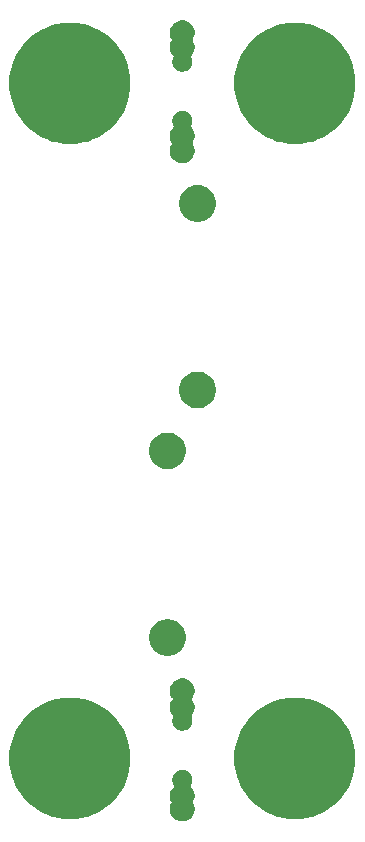
<source format=gbr>
G04 #@! TF.GenerationSoftware,KiCad,Pcbnew,5.0.2-bee76a0~70~ubuntu16.04.1*
G04 #@! TF.CreationDate,2021-05-01T11:56:51-07:00*
G04 #@! TF.ProjectId,matching-network-modules,6d617463-6869-46e6-972d-6e6574776f72,rev?*
G04 #@! TF.SameCoordinates,Original*
G04 #@! TF.FileFunction,Soldermask,Top*
G04 #@! TF.FilePolarity,Negative*
%FSLAX46Y46*%
G04 Gerber Fmt 4.6, Leading zero omitted, Abs format (unit mm)*
G04 Created by KiCad (PCBNEW 5.0.2-bee76a0~70~ubuntu16.04.1) date Sat 01 May 2021 11:56:51 AM PDT*
%MOMM*%
%LPD*%
G01*
G04 APERTURE LIST*
%ADD10C,0.100000*%
G04 APERTURE END LIST*
D10*
G36*
X127248228Y-137531703D02*
X127403100Y-137595853D01*
X127542481Y-137688985D01*
X127661015Y-137807519D01*
X127754147Y-137946900D01*
X127818297Y-138101772D01*
X127851000Y-138266184D01*
X127851000Y-138433816D01*
X127818297Y-138598228D01*
X127754147Y-138753100D01*
X127725136Y-138796518D01*
X127713588Y-138818123D01*
X127706475Y-138841572D01*
X127704073Y-138865958D01*
X127706475Y-138890344D01*
X127713588Y-138913794D01*
X127725139Y-138935404D01*
X127740685Y-138954346D01*
X127816363Y-139030024D01*
X127931385Y-139202166D01*
X128010611Y-139393435D01*
X128051000Y-139596484D01*
X128051000Y-139803516D01*
X128010611Y-140006565D01*
X127927520Y-140207165D01*
X127920407Y-140230614D01*
X127918005Y-140255000D01*
X127920407Y-140279386D01*
X127927520Y-140302835D01*
X128010611Y-140503435D01*
X128051000Y-140706484D01*
X128051000Y-140913516D01*
X128010611Y-141116565D01*
X127931385Y-141307834D01*
X127816363Y-141479976D01*
X127669976Y-141626363D01*
X127497834Y-141741385D01*
X127306565Y-141820611D01*
X127103516Y-141861000D01*
X126896484Y-141861000D01*
X126693435Y-141820611D01*
X126502166Y-141741385D01*
X126330024Y-141626363D01*
X126183637Y-141479976D01*
X126068615Y-141307834D01*
X125989389Y-141116565D01*
X125949000Y-140913516D01*
X125949000Y-140706484D01*
X125989389Y-140503435D01*
X126072480Y-140302835D01*
X126079593Y-140279386D01*
X126081995Y-140255000D01*
X126079593Y-140230614D01*
X126072480Y-140207165D01*
X125989389Y-140006565D01*
X125949000Y-139803516D01*
X125949000Y-139596484D01*
X125989389Y-139393435D01*
X126068615Y-139202166D01*
X126183637Y-139030024D01*
X126259315Y-138954346D01*
X126274861Y-138935404D01*
X126286412Y-138913793D01*
X126293525Y-138890344D01*
X126295927Y-138865958D01*
X126293525Y-138841572D01*
X126286412Y-138818123D01*
X126274864Y-138796518D01*
X126245853Y-138753100D01*
X126181703Y-138598228D01*
X126149000Y-138433816D01*
X126149000Y-138266184D01*
X126181703Y-138101772D01*
X126245853Y-137946900D01*
X126338985Y-137807519D01*
X126457519Y-137688985D01*
X126596900Y-137595853D01*
X126751772Y-137531703D01*
X126916184Y-137499000D01*
X127083816Y-137499000D01*
X127248228Y-137531703D01*
X127248228Y-137531703D01*
G37*
G36*
X137691225Y-131525454D02*
X138021658Y-131591181D01*
X138289599Y-131702166D01*
X138955439Y-131977966D01*
X139795825Y-132539494D01*
X140510506Y-133254175D01*
X141072034Y-134094561D01*
X141102576Y-134168296D01*
X141458819Y-135028342D01*
X141656000Y-136019641D01*
X141656000Y-137030359D01*
X141458819Y-138021658D01*
X141357533Y-138266184D01*
X141072034Y-138955439D01*
X140510506Y-139795825D01*
X139795825Y-140510506D01*
X138955439Y-141072034D01*
X138408443Y-141298607D01*
X138021658Y-141458819D01*
X137915309Y-141479973D01*
X137030361Y-141656000D01*
X136019639Y-141656000D01*
X135134691Y-141479973D01*
X135028342Y-141458819D01*
X134641557Y-141298607D01*
X134094561Y-141072034D01*
X133254175Y-140510506D01*
X132539494Y-139795825D01*
X131977966Y-138955439D01*
X131692467Y-138266184D01*
X131591181Y-138021658D01*
X131394000Y-137030359D01*
X131394000Y-136019641D01*
X131591181Y-135028342D01*
X131947424Y-134168296D01*
X131977966Y-134094561D01*
X132539494Y-133254175D01*
X133254175Y-132539494D01*
X134094561Y-131977966D01*
X134760401Y-131702166D01*
X135028342Y-131591181D01*
X135358775Y-131525454D01*
X136019639Y-131394000D01*
X137030361Y-131394000D01*
X137691225Y-131525454D01*
X137691225Y-131525454D01*
G37*
G36*
X118641225Y-131525454D02*
X118971658Y-131591181D01*
X119239599Y-131702166D01*
X119905439Y-131977966D01*
X120745825Y-132539494D01*
X121460506Y-133254175D01*
X122022034Y-134094561D01*
X122052576Y-134168296D01*
X122408819Y-135028342D01*
X122606000Y-136019641D01*
X122606000Y-137030359D01*
X122408819Y-138021658D01*
X122307533Y-138266184D01*
X122022034Y-138955439D01*
X121460506Y-139795825D01*
X120745825Y-140510506D01*
X119905439Y-141072034D01*
X119358443Y-141298607D01*
X118971658Y-141458819D01*
X118865309Y-141479973D01*
X117980361Y-141656000D01*
X116969639Y-141656000D01*
X116084691Y-141479973D01*
X115978342Y-141458819D01*
X115591557Y-141298607D01*
X115044561Y-141072034D01*
X114204175Y-140510506D01*
X113489494Y-139795825D01*
X112927966Y-138955439D01*
X112642467Y-138266184D01*
X112541181Y-138021658D01*
X112344000Y-137030359D01*
X112344000Y-136019641D01*
X112541181Y-135028342D01*
X112897424Y-134168296D01*
X112927966Y-134094561D01*
X113489494Y-133254175D01*
X114204175Y-132539494D01*
X115044561Y-131977966D01*
X115710401Y-131702166D01*
X115978342Y-131591181D01*
X116308775Y-131525454D01*
X116969639Y-131394000D01*
X117980361Y-131394000D01*
X118641225Y-131525454D01*
X118641225Y-131525454D01*
G37*
G36*
X127306565Y-129799389D02*
X127497834Y-129878615D01*
X127669976Y-129993637D01*
X127816363Y-130140024D01*
X127931385Y-130312166D01*
X128010611Y-130503435D01*
X128051000Y-130706484D01*
X128051000Y-130913516D01*
X128010611Y-131116565D01*
X127931385Y-131307834D01*
X127846045Y-131435554D01*
X127834494Y-131457164D01*
X127827381Y-131480613D01*
X127824979Y-131505000D01*
X127827381Y-131529386D01*
X127834494Y-131552835D01*
X127846045Y-131574446D01*
X127931385Y-131702166D01*
X128010611Y-131893435D01*
X128051000Y-132096484D01*
X128051000Y-132303516D01*
X128010611Y-132506565D01*
X127931385Y-132697834D01*
X127816363Y-132869976D01*
X127808898Y-132877441D01*
X127793352Y-132896383D01*
X127781801Y-132917994D01*
X127774688Y-132941443D01*
X127772286Y-132965829D01*
X127774688Y-132990215D01*
X127781800Y-133013659D01*
X127818297Y-133101772D01*
X127851000Y-133266184D01*
X127851000Y-133433816D01*
X127818297Y-133598228D01*
X127754147Y-133753100D01*
X127661015Y-133892481D01*
X127542481Y-134011015D01*
X127403100Y-134104147D01*
X127248228Y-134168297D01*
X127083816Y-134201000D01*
X126916184Y-134201000D01*
X126751772Y-134168297D01*
X126596900Y-134104147D01*
X126457519Y-134011015D01*
X126338985Y-133892481D01*
X126245853Y-133753100D01*
X126181703Y-133598228D01*
X126149000Y-133433816D01*
X126149000Y-133266184D01*
X126181703Y-133101772D01*
X126218200Y-133013659D01*
X126225312Y-132990214D01*
X126227714Y-132965828D01*
X126225312Y-132941442D01*
X126218199Y-132917993D01*
X126206647Y-132896382D01*
X126191102Y-132877441D01*
X126183637Y-132869976D01*
X126068615Y-132697834D01*
X125989389Y-132506565D01*
X125949000Y-132303516D01*
X125949000Y-132096484D01*
X125989389Y-131893435D01*
X126068615Y-131702166D01*
X126153955Y-131574446D01*
X126165506Y-131552836D01*
X126172619Y-131529387D01*
X126175021Y-131505000D01*
X126172619Y-131480614D01*
X126165506Y-131457165D01*
X126153955Y-131435554D01*
X126068615Y-131307834D01*
X125989389Y-131116565D01*
X125949000Y-130913516D01*
X125949000Y-130706484D01*
X125989389Y-130503435D01*
X126068615Y-130312166D01*
X126183637Y-130140024D01*
X126330024Y-129993637D01*
X126502166Y-129878615D01*
X126693435Y-129799389D01*
X126896484Y-129759000D01*
X127103516Y-129759000D01*
X127306565Y-129799389D01*
X127306565Y-129799389D01*
G37*
G36*
X126082527Y-124778736D02*
X126182410Y-124798604D01*
X126464674Y-124915521D01*
X126718705Y-125085259D01*
X126934741Y-125301295D01*
X127104479Y-125555326D01*
X127221396Y-125837590D01*
X127281000Y-126137240D01*
X127281000Y-126442760D01*
X127221396Y-126742410D01*
X127104479Y-127024674D01*
X126934741Y-127278705D01*
X126718705Y-127494741D01*
X126464674Y-127664479D01*
X126182410Y-127781396D01*
X126082527Y-127801264D01*
X125882762Y-127841000D01*
X125577238Y-127841000D01*
X125377473Y-127801264D01*
X125277590Y-127781396D01*
X124995326Y-127664479D01*
X124741295Y-127494741D01*
X124525259Y-127278705D01*
X124355521Y-127024674D01*
X124238604Y-126742410D01*
X124179000Y-126442760D01*
X124179000Y-126137240D01*
X124238604Y-125837590D01*
X124355521Y-125555326D01*
X124525259Y-125301295D01*
X124741295Y-125085259D01*
X124995326Y-124915521D01*
X125277590Y-124798604D01*
X125377473Y-124778736D01*
X125577238Y-124739000D01*
X125882762Y-124739000D01*
X126082527Y-124778736D01*
X126082527Y-124778736D01*
G37*
G36*
X126082527Y-108978736D02*
X126182410Y-108998604D01*
X126464674Y-109115521D01*
X126718705Y-109285259D01*
X126934741Y-109501295D01*
X127104479Y-109755326D01*
X127221396Y-110037590D01*
X127281000Y-110337240D01*
X127281000Y-110642760D01*
X127221396Y-110942410D01*
X127104479Y-111224674D01*
X126934741Y-111478705D01*
X126718705Y-111694741D01*
X126464674Y-111864479D01*
X126182410Y-111981396D01*
X126082527Y-112001264D01*
X125882762Y-112041000D01*
X125577238Y-112041000D01*
X125377473Y-112001264D01*
X125277590Y-111981396D01*
X124995326Y-111864479D01*
X124741295Y-111694741D01*
X124525259Y-111478705D01*
X124355521Y-111224674D01*
X124238604Y-110942410D01*
X124179000Y-110642760D01*
X124179000Y-110337240D01*
X124238604Y-110037590D01*
X124355521Y-109755326D01*
X124525259Y-109501295D01*
X124741295Y-109285259D01*
X124995326Y-109115521D01*
X125277590Y-108998604D01*
X125377473Y-108978736D01*
X125577238Y-108939000D01*
X125882762Y-108939000D01*
X126082527Y-108978736D01*
X126082527Y-108978736D01*
G37*
G36*
X128622527Y-103823736D02*
X128722410Y-103843604D01*
X129004674Y-103960521D01*
X129258705Y-104130259D01*
X129474741Y-104346295D01*
X129644479Y-104600326D01*
X129761396Y-104882590D01*
X129821000Y-105182240D01*
X129821000Y-105487760D01*
X129761396Y-105787410D01*
X129644479Y-106069674D01*
X129474741Y-106323705D01*
X129258705Y-106539741D01*
X129004674Y-106709479D01*
X128722410Y-106826396D01*
X128622527Y-106846264D01*
X128422762Y-106886000D01*
X128117238Y-106886000D01*
X127917473Y-106846264D01*
X127817590Y-106826396D01*
X127535326Y-106709479D01*
X127281295Y-106539741D01*
X127065259Y-106323705D01*
X126895521Y-106069674D01*
X126778604Y-105787410D01*
X126719000Y-105487760D01*
X126719000Y-105182240D01*
X126778604Y-104882590D01*
X126895521Y-104600326D01*
X127065259Y-104346295D01*
X127281295Y-104130259D01*
X127535326Y-103960521D01*
X127817590Y-103843604D01*
X127917473Y-103823736D01*
X128117238Y-103784000D01*
X128422762Y-103784000D01*
X128622527Y-103823736D01*
X128622527Y-103823736D01*
G37*
G36*
X128622527Y-88023736D02*
X128722410Y-88043604D01*
X129004674Y-88160521D01*
X129258705Y-88330259D01*
X129474741Y-88546295D01*
X129644479Y-88800326D01*
X129761396Y-89082590D01*
X129821000Y-89382240D01*
X129821000Y-89687760D01*
X129761396Y-89987410D01*
X129644479Y-90269674D01*
X129474741Y-90523705D01*
X129258705Y-90739741D01*
X129004674Y-90909479D01*
X128722410Y-91026396D01*
X128622527Y-91046264D01*
X128422762Y-91086000D01*
X128117238Y-91086000D01*
X127917473Y-91046264D01*
X127817590Y-91026396D01*
X127535326Y-90909479D01*
X127281295Y-90739741D01*
X127065259Y-90523705D01*
X126895521Y-90269674D01*
X126778604Y-89987410D01*
X126719000Y-89687760D01*
X126719000Y-89382240D01*
X126778604Y-89082590D01*
X126895521Y-88800326D01*
X127065259Y-88546295D01*
X127281295Y-88330259D01*
X127535326Y-88160521D01*
X127817590Y-88043604D01*
X127917473Y-88023736D01*
X128117238Y-87984000D01*
X128422762Y-87984000D01*
X128622527Y-88023736D01*
X128622527Y-88023736D01*
G37*
G36*
X127248228Y-81731703D02*
X127403100Y-81795853D01*
X127542481Y-81888985D01*
X127661015Y-82007519D01*
X127754147Y-82146900D01*
X127818297Y-82301772D01*
X127851000Y-82466184D01*
X127851000Y-82633816D01*
X127818297Y-82798228D01*
X127754147Y-82953100D01*
X127754144Y-82953104D01*
X127752058Y-82958141D01*
X127745635Y-82970155D01*
X127738520Y-82993604D01*
X127736116Y-83017990D01*
X127738516Y-83042376D01*
X127745627Y-83065826D01*
X127757176Y-83087438D01*
X127772728Y-83106389D01*
X127816363Y-83150024D01*
X127931385Y-83322166D01*
X128010611Y-83513435D01*
X128051000Y-83716484D01*
X128051000Y-83923516D01*
X128010611Y-84126565D01*
X127931385Y-84317834D01*
X127886136Y-84385554D01*
X127874585Y-84407164D01*
X127867472Y-84430614D01*
X127865070Y-84455000D01*
X127867472Y-84479386D01*
X127874585Y-84502835D01*
X127886136Y-84524446D01*
X127931385Y-84592166D01*
X128010611Y-84783435D01*
X128051000Y-84986484D01*
X128051000Y-85193516D01*
X128010611Y-85396565D01*
X127931385Y-85587834D01*
X127816363Y-85759976D01*
X127669976Y-85906363D01*
X127497834Y-86021385D01*
X127306565Y-86100611D01*
X127103516Y-86141000D01*
X126896484Y-86141000D01*
X126693435Y-86100611D01*
X126502166Y-86021385D01*
X126330024Y-85906363D01*
X126183637Y-85759976D01*
X126068615Y-85587834D01*
X125989389Y-85396565D01*
X125949000Y-85193516D01*
X125949000Y-84986484D01*
X125989389Y-84783435D01*
X126068615Y-84592166D01*
X126113864Y-84524446D01*
X126125415Y-84502836D01*
X126132528Y-84479386D01*
X126134930Y-84455000D01*
X126132528Y-84430614D01*
X126125415Y-84407165D01*
X126113864Y-84385554D01*
X126068615Y-84317834D01*
X125989389Y-84126565D01*
X125949000Y-83923516D01*
X125949000Y-83716484D01*
X125989389Y-83513435D01*
X126068615Y-83322166D01*
X126183637Y-83150024D01*
X126227272Y-83106389D01*
X126242818Y-83087447D01*
X126254369Y-83065836D01*
X126261482Y-83042387D01*
X126263884Y-83018001D01*
X126261482Y-82993615D01*
X126254369Y-82970166D01*
X126247945Y-82958148D01*
X126245856Y-82953104D01*
X126245853Y-82953100D01*
X126181703Y-82798228D01*
X126149000Y-82633816D01*
X126149000Y-82466184D01*
X126181703Y-82301772D01*
X126245853Y-82146900D01*
X126338985Y-82007519D01*
X126457519Y-81888985D01*
X126596900Y-81795853D01*
X126751772Y-81731703D01*
X126916184Y-81699000D01*
X127083816Y-81699000D01*
X127248228Y-81731703D01*
X127248228Y-81731703D01*
G37*
G36*
X137691225Y-74375454D02*
X138021658Y-74441181D01*
X138386165Y-74592165D01*
X138955439Y-74827966D01*
X139795825Y-75389494D01*
X140510506Y-76104175D01*
X141072034Y-76944561D01*
X141248671Y-77371000D01*
X141425635Y-77798228D01*
X141458819Y-77878343D01*
X141656000Y-78869639D01*
X141656000Y-79880361D01*
X141458819Y-80871657D01*
X141072034Y-81805439D01*
X140510506Y-82645825D01*
X139795825Y-83360506D01*
X138955439Y-83922034D01*
X138461657Y-84126565D01*
X138021658Y-84308819D01*
X137691225Y-84374546D01*
X137030361Y-84506000D01*
X136019639Y-84506000D01*
X135358775Y-84374546D01*
X135028342Y-84308819D01*
X134588343Y-84126565D01*
X134094561Y-83922034D01*
X133254175Y-83360506D01*
X132539494Y-82645825D01*
X131977966Y-81805439D01*
X131591181Y-80871657D01*
X131394000Y-79880361D01*
X131394000Y-78869639D01*
X131591181Y-77878343D01*
X131624366Y-77798228D01*
X131801329Y-77371000D01*
X131977966Y-76944561D01*
X132539494Y-76104175D01*
X133254175Y-75389494D01*
X134094561Y-74827966D01*
X134663835Y-74592165D01*
X135028342Y-74441181D01*
X135358775Y-74375454D01*
X136019639Y-74244000D01*
X137030361Y-74244000D01*
X137691225Y-74375454D01*
X137691225Y-74375454D01*
G37*
G36*
X118641225Y-74375454D02*
X118971658Y-74441181D01*
X119336165Y-74592165D01*
X119905439Y-74827966D01*
X120745825Y-75389494D01*
X121460506Y-76104175D01*
X122022034Y-76944561D01*
X122198671Y-77371000D01*
X122375635Y-77798228D01*
X122408819Y-77878343D01*
X122606000Y-78869639D01*
X122606000Y-79880361D01*
X122408819Y-80871657D01*
X122022034Y-81805439D01*
X121460506Y-82645825D01*
X120745825Y-83360506D01*
X119905439Y-83922034D01*
X119411657Y-84126565D01*
X118971658Y-84308819D01*
X118641225Y-84374546D01*
X117980361Y-84506000D01*
X116969639Y-84506000D01*
X116308775Y-84374546D01*
X115978342Y-84308819D01*
X115538343Y-84126565D01*
X115044561Y-83922034D01*
X114204175Y-83360506D01*
X113489494Y-82645825D01*
X112927966Y-81805439D01*
X112541181Y-80871657D01*
X112344000Y-79880361D01*
X112344000Y-78869639D01*
X112541181Y-77878343D01*
X112574366Y-77798228D01*
X112751329Y-77371000D01*
X112927966Y-76944561D01*
X113489494Y-76104175D01*
X114204175Y-75389494D01*
X115044561Y-74827966D01*
X115613835Y-74592165D01*
X115978342Y-74441181D01*
X116308775Y-74375454D01*
X116969639Y-74244000D01*
X117980361Y-74244000D01*
X118641225Y-74375454D01*
X118641225Y-74375454D01*
G37*
G36*
X127306565Y-74079389D02*
X127497834Y-74158615D01*
X127669976Y-74273637D01*
X127816363Y-74420024D01*
X127931385Y-74592166D01*
X128010611Y-74783435D01*
X128051000Y-74986484D01*
X128051000Y-75193516D01*
X128010611Y-75396565D01*
X127931385Y-75587835D01*
X127899500Y-75635554D01*
X127887949Y-75657165D01*
X127880836Y-75680614D01*
X127878434Y-75705000D01*
X127880836Y-75729387D01*
X127887949Y-75752836D01*
X127899500Y-75774446D01*
X127931385Y-75822165D01*
X128010611Y-76013435D01*
X128051000Y-76216484D01*
X128051000Y-76423516D01*
X128010611Y-76626565D01*
X127931385Y-76817834D01*
X127816363Y-76989976D01*
X127785466Y-77020873D01*
X127769920Y-77039815D01*
X127758369Y-77061426D01*
X127751256Y-77084875D01*
X127748854Y-77109261D01*
X127751256Y-77133647D01*
X127758365Y-77157084D01*
X127818297Y-77301772D01*
X127851000Y-77466184D01*
X127851000Y-77633816D01*
X127818297Y-77798228D01*
X127754147Y-77953100D01*
X127661015Y-78092481D01*
X127542481Y-78211015D01*
X127403100Y-78304147D01*
X127248228Y-78368297D01*
X127083816Y-78401000D01*
X126916184Y-78401000D01*
X126751772Y-78368297D01*
X126596900Y-78304147D01*
X126457519Y-78211015D01*
X126338985Y-78092481D01*
X126245853Y-77953100D01*
X126181703Y-77798228D01*
X126149000Y-77633816D01*
X126149000Y-77466184D01*
X126181703Y-77301772D01*
X126241635Y-77157084D01*
X126248744Y-77133647D01*
X126251146Y-77109261D01*
X126248744Y-77084875D01*
X126241631Y-77061426D01*
X126230080Y-77039815D01*
X126214534Y-77020873D01*
X126183637Y-76989976D01*
X126068615Y-76817834D01*
X125989389Y-76626565D01*
X125949000Y-76423516D01*
X125949000Y-76216484D01*
X125989389Y-76013435D01*
X126068615Y-75822165D01*
X126100500Y-75774446D01*
X126112051Y-75752835D01*
X126119164Y-75729386D01*
X126121566Y-75705000D01*
X126119164Y-75680613D01*
X126112051Y-75657164D01*
X126100500Y-75635554D01*
X126068615Y-75587835D01*
X125989389Y-75396565D01*
X125949000Y-75193516D01*
X125949000Y-74986484D01*
X125989389Y-74783435D01*
X126068615Y-74592166D01*
X126183637Y-74420024D01*
X126330024Y-74273637D01*
X126502166Y-74158615D01*
X126693435Y-74079389D01*
X126896484Y-74039000D01*
X127103516Y-74039000D01*
X127306565Y-74079389D01*
X127306565Y-74079389D01*
G37*
M02*

</source>
